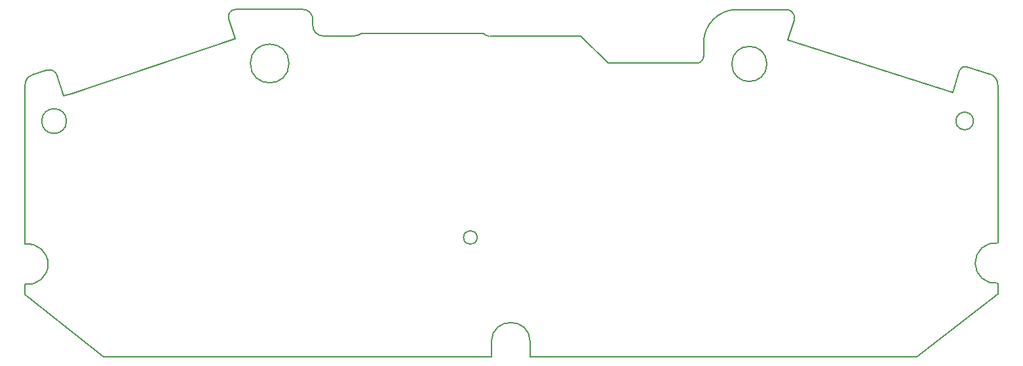
<source format=gm1>
G04 #@! TF.GenerationSoftware,KiCad,Pcbnew,8.0.9*
G04 #@! TF.CreationDate,2025-09-17T21:58:30+09:00*
G04 #@! TF.ProjectId,usb_sfc_pad,7573625f-7366-4635-9f70-61642e6b6963,rev?*
G04 #@! TF.SameCoordinates,Original*
G04 #@! TF.FileFunction,Profile,NP*
%FSLAX46Y46*%
G04 Gerber Fmt 4.6, Leading zero omitted, Abs format (unit mm)*
G04 Created by KiCad (PCBNEW 8.0.9) date 2025-09-17 21:58:30*
%MOMM*%
%LPD*%
G01*
G04 APERTURE LIST*
G04 #@! TA.AperFunction,Profile*
%ADD10C,0.200000*%
G04 #@! TD*
G04 #@! TA.AperFunction,Profile*
%ADD11C,0.050000*%
G04 #@! TD*
G04 APERTURE END LIST*
D10*
X151661550Y-125529550D02*
G75*
G02*
X156667871Y-125585750I2502750J-64650D01*
G01*
X133922410Y-86094620D02*
X129921220Y-86094620D01*
X217086630Y-118012570D02*
G75*
G02*
X217086617Y-112821028I-315830J2595770D01*
G01*
X129562710Y-127479360D02*
X148562710Y-127479360D01*
X179075130Y-88704720D02*
G75*
G02*
X178163310Y-89616530I-911830J20D01*
G01*
X178163310Y-89616540D02*
X166741130Y-89616540D01*
X189782360Y-82695570D02*
X183381300Y-82695570D01*
X179075130Y-87001740D02*
G75*
G02*
X183381300Y-82695530I4306170J40D01*
G01*
X134897980Y-85747520D02*
G75*
G02*
X133922410Y-86094607I-975580J1197520D01*
G01*
X91422890Y-118135600D02*
X91422890Y-119448020D01*
X94215540Y-90520680D02*
X92319400Y-91149020D01*
X129921220Y-86094620D02*
G75*
G02*
X128595780Y-84769230I-20J1325420D01*
G01*
X128595830Y-84769230D02*
X128595830Y-83988850D01*
X91422890Y-112978460D02*
G75*
G02*
X91422890Y-118135600I360200J-2578570D01*
G01*
X212162250Y-90524810D02*
X211255530Y-93378700D01*
X97376250Y-93533090D02*
X96425000Y-93850000D01*
X117731210Y-83895290D02*
G75*
G02*
X118616290Y-82668925I885090J293790D01*
G01*
X187249280Y-89710950D02*
G75*
G02*
X182721080Y-89710950I-2264100J0D01*
G01*
X182721080Y-89710950D02*
G75*
G02*
X187249280Y-89710950I2264100J0D01*
G01*
X117731210Y-83895290D02*
X118592560Y-86489940D01*
X217086630Y-119404870D02*
X217086630Y-118012570D01*
X156667910Y-125585750D02*
X156667910Y-127479360D01*
X213939640Y-97077070D02*
G75*
G02*
X211675440Y-97077070I-1132100J0D01*
G01*
X211675440Y-97077070D02*
G75*
G02*
X213939640Y-97077070I1132100J0D01*
G01*
X149826980Y-112116380D02*
G75*
G02*
X148060680Y-112116380I-883150J0D01*
G01*
X148060680Y-112116380D02*
G75*
G02*
X149826980Y-112116380I883150J0D01*
G01*
X94215540Y-90520680D02*
G75*
G02*
X95540313Y-91185119I330160J-994620D01*
G01*
X96762830Y-97087320D02*
G75*
G02*
X93562830Y-97087320I-1600000J0D01*
G01*
X93562830Y-97087320D02*
G75*
G02*
X96762830Y-97087320I1600000J0D01*
G01*
X91422890Y-92391250D02*
G75*
G02*
X92319411Y-91149052I1308910J-50D01*
G01*
X212162250Y-90524810D02*
G75*
G02*
X213058503Y-90058534I682150J-216690D01*
G01*
X163211760Y-86147290D02*
X151506460Y-86147290D01*
X125516310Y-89649780D02*
G75*
G02*
X120516310Y-89649780I-2500000J0D01*
G01*
X120516310Y-89649780D02*
G75*
G02*
X125516310Y-89649780I2500000J0D01*
G01*
X156667910Y-127479360D02*
X206660390Y-127479360D01*
X91422890Y-119448020D02*
X101562710Y-127479360D01*
X217086630Y-112820920D02*
X217086630Y-92396640D01*
X151300400Y-86122640D02*
G75*
G02*
X150599981Y-85750019I212500J1244040D01*
G01*
X189966140Y-86614800D02*
X190778640Y-84057450D01*
D11*
X151300400Y-86122640D02*
X151506460Y-86147290D01*
D10*
X179075130Y-87001740D02*
X179075130Y-88704720D01*
X166741130Y-89616540D02*
X163211760Y-86147290D01*
X91422890Y-92391250D02*
X91422890Y-112978460D01*
X148562710Y-127479360D02*
X151661550Y-127479360D01*
X151661550Y-127479360D02*
X151661550Y-125529550D01*
X211255530Y-93378700D02*
X189966140Y-86614800D01*
X150600000Y-85750000D02*
X134897980Y-85747520D01*
X114562710Y-127479360D02*
X129562710Y-127479360D01*
X127275890Y-82668900D02*
X118616290Y-82668900D01*
X216060140Y-90999210D02*
G75*
G02*
X217086608Y-92396640I-437940J-1397390D01*
G01*
X96425000Y-93850000D02*
X95540340Y-91185110D01*
X101562710Y-127479360D02*
X114562710Y-127479360D01*
X189782370Y-82695570D02*
G75*
G02*
X190778648Y-84057453I30J-1045330D01*
G01*
X216060140Y-90999210D02*
X213058510Y-90058510D01*
X127275890Y-82668900D02*
G75*
G02*
X128595800Y-83988850I10J-1319900D01*
G01*
X118592560Y-86489940D02*
X97376250Y-93533090D01*
X206660390Y-127479360D02*
X217086630Y-119404870D01*
M02*

</source>
